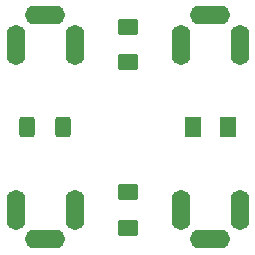
<source format=gbr>
G04 #@! TF.GenerationSoftware,KiCad,Pcbnew,6.0.2+dfsg-1*
G04 #@! TF.CreationDate,2022-10-24T19:59:28+02:00*
G04 #@! TF.ProjectId,triple_diode_or_tile,74726970-6c65-45f6-9469-6f64655f6f72,rev?*
G04 #@! TF.SameCoordinates,Original*
G04 #@! TF.FileFunction,Soldermask,Top*
G04 #@! TF.FilePolarity,Negative*
%FSLAX46Y46*%
G04 Gerber Fmt 4.6, Leading zero omitted, Abs format (unit mm)*
G04 Created by KiCad (PCBNEW 6.0.2+dfsg-1) date 2022-10-24 19:59:28*
%MOMM*%
%LPD*%
G01*
G04 APERTURE LIST*
G04 Aperture macros list*
%AMRoundRect*
0 Rectangle with rounded corners*
0 $1 Rounding radius*
0 $2 $3 $4 $5 $6 $7 $8 $9 X,Y pos of 4 corners*
0 Add a 4 corners polygon primitive as box body*
4,1,4,$2,$3,$4,$5,$6,$7,$8,$9,$2,$3,0*
0 Add four circle primitives for the rounded corners*
1,1,$1+$1,$2,$3*
1,1,$1+$1,$4,$5*
1,1,$1+$1,$6,$7*
1,1,$1+$1,$8,$9*
0 Add four rect primitives between the rounded corners*
20,1,$1+$1,$2,$3,$4,$5,0*
20,1,$1+$1,$4,$5,$6,$7,0*
20,1,$1+$1,$6,$7,$8,$9,0*
20,1,$1+$1,$8,$9,$2,$3,0*%
G04 Aperture macros list end*
%ADD10O,1.600000X3.400000*%
%ADD11O,3.400000X1.600000*%
%ADD12RoundRect,0.250000X0.400000X0.625000X-0.400000X0.625000X-0.400000X-0.625000X0.400000X-0.625000X0*%
%ADD13RoundRect,0.250001X0.624999X-0.462499X0.624999X0.462499X-0.624999X0.462499X-0.624999X-0.462499X0*%
%ADD14RoundRect,0.250001X-0.462499X-0.624999X0.462499X-0.624999X0.462499X0.624999X-0.462499X0.624999X0*%
%ADD15RoundRect,0.250001X-0.624999X0.462499X-0.624999X-0.462499X0.624999X-0.462499X0.624999X0.462499X0*%
G04 APERTURE END LIST*
D10*
X147500000Y-75000000D03*
D11*
X145000000Y-72500000D03*
D10*
X142500000Y-75000000D03*
X142500000Y-89000000D03*
D11*
X145000000Y-91500000D03*
D10*
X147500000Y-89000000D03*
X156500000Y-89000000D03*
D11*
X159000000Y-91500000D03*
D10*
X161500000Y-89000000D03*
X161500000Y-75000000D03*
D11*
X159000000Y-72500000D03*
D10*
X156500000Y-75000000D03*
D12*
X146550000Y-82000000D03*
X143450000Y-82000000D03*
D13*
X152000000Y-76487500D03*
X152000000Y-73512500D03*
D14*
X157512500Y-82000000D03*
X160487500Y-82000000D03*
D15*
X152000000Y-87512500D03*
X152000000Y-90487500D03*
M02*

</source>
